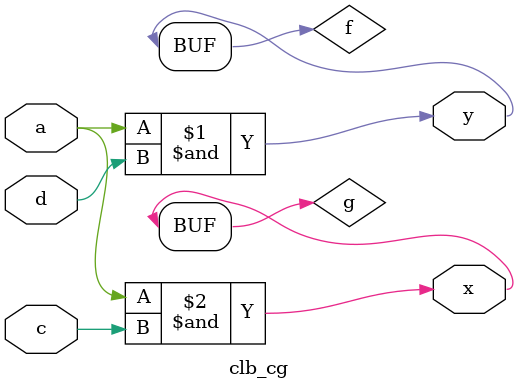
<source format=v>
module clb_cg(
	input a,
	input c,
	input d,
	output x,
	output y
);
	wire f, g;
	
	assign f = a & d;
	assign g = a & c;
	assign x = g;
	assign y = f;
	
endmodule

</source>
